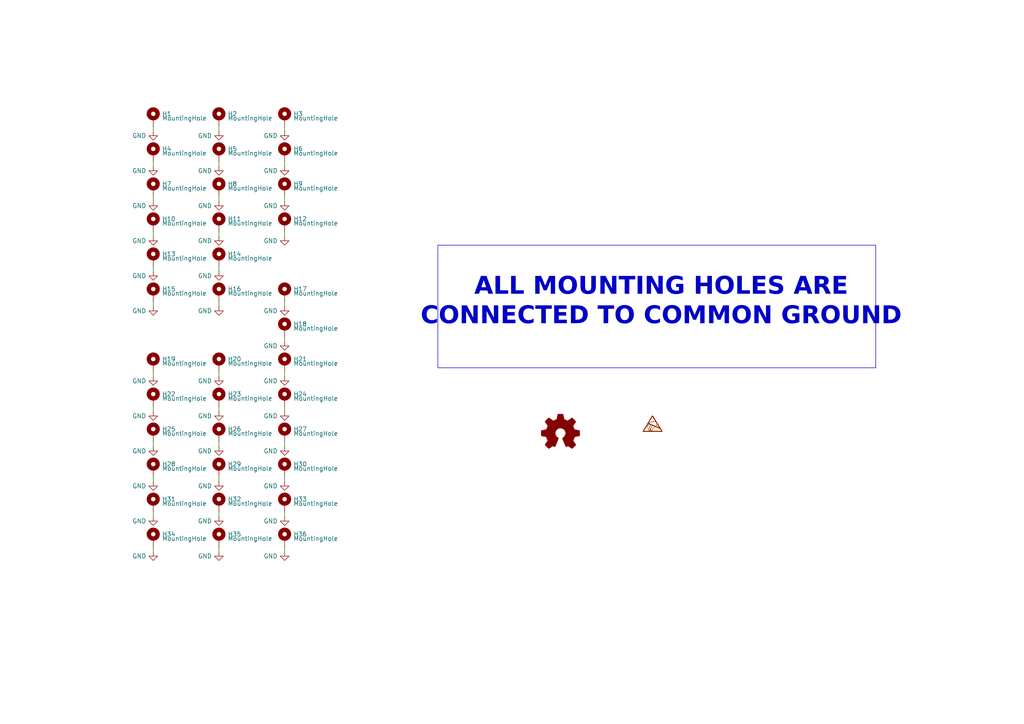
<source format=kicad_sch>
(kicad_sch (version 20250114) (generator "eeschema") (generator_version "9.0")
  (paper "A4")
  (title_block (title "Mounting Holes") (date "2024-11-26") (rev "A") (company "ModuCard System") (comment 1 "Artem Horiunov"))
  (lib_symbols
    (symbol "Graphic:Logo_Open_Hardware_Small" (in_bom no) (on_board no)
      (symbol "Logo_Open_Hardware_Small_0_1"
        (polyline (pts (xy 3.3528 -4.3434) (xy 3.302 -4.318) (xy 3.175 -4.2418) (xy 2.9972 -4.1148) (xy 2.7686 -3.9624) (xy 2.54 -3.81) (xy 2.3622 -3.7084) (xy 2.2352 -3.6068) (xy 2.1844 -3.5814) (xy 2.159 -3.6068) (xy 2.0574 -3.6576) (xy 1.905 -3.7338) (xy 1.8034 -3.7846) (xy 1.6764 -3.8354) (xy 1.6002 -3.8354) (xy 1.6002 -3.8354) (xy 1.5494 -3.7338) (xy 1.4732 -3.5306) (xy 1.3462 -3.302) (xy 1.2446 -3.0226) (xy 1.1176 -2.7178) (xy 0.9652 -2.413) (xy 0.8636 -2.1082) (xy 0.7366 -1.8288) (xy 0.6604 -1.6256) (xy 0.6096 -1.4732) (xy 0.5842 -1.397) (xy 0.5842 -1.397) (xy 0.6604 -1.3208) (xy 0.7874 -1.2446) (xy 1.0414 -1.016) (xy 1.2954 -0.6858) (xy 1.4478 -0.3302) (xy 1.524 0.0762) (xy 1.4732 0.4572) (xy 1.3208 0.8128) (xy 1.0668 1.143) (xy 0.762 1.3716) (xy 0.4064 1.524) (xy 0 1.5748) (xy -0.381 1.5494) (xy -0.7366 1.397) (xy -1.0668 1.143) (xy -1.2192 0.9906) (xy -1.397 0.6604) (xy -1.524 0.3048) (xy -1.524 0.2286) (xy -1.4986 -0.1778) (xy -1.397 -0.5334) (xy -1.1938 -0.8636) (xy -0.9144 -1.143) (xy -0.8636 -1.1684) (xy -0.7366 -1.27) (xy -0.635 -1.3462) (xy -0.5842 -1.397) (xy -1.0668 -2.5908) (xy -1.143 -2.794) (xy -1.2954 -3.1242) (xy -1.397 -3.4036) (xy -1.4986 -3.6322) (xy -1.5748 -3.7846) (xy -1.6002 -3.8354) (xy -1.6002 -3.8354) (xy -1.651 -3.8354) (xy -1.7272 -3.81) (xy -1.905 -3.7338) (xy -2.0066 -3.683) (xy -2.1336 -3.6068) (xy -2.2098 -3.5814) (xy -2.2606 -3.6068) (xy -2.3622 -3.683) (xy -2.54 -3.81) (xy -2.7686 -3.9624) (xy -2.9718 -4.0894) (xy -3.1496 -4.2164) (xy -3.302 -4.318) (xy -3.3528 -4.3434) (xy -3.3782 -4.3434) (xy -3.429 -4.318) (xy -3.5306 -4.2164) (xy -3.7084 -4.064) (xy -3.937 -3.8354) (xy -3.9624 -3.81) (xy -4.1656 -3.6068) (xy -4.318 -3.4544) (xy -4.4196 -3.3274) (xy -4.445 -3.2766) (xy -4.445 -3.2766) (xy -4.4196 -3.2258) (xy -4.318 -3.0734) (xy -4.2164 -2.8956) (xy -4.064 -2.667) (xy -3.6576 -2.0828) (xy -3.8862 -1.5494) (xy -3.937 -1.3716) (xy -4.0386 -1.1684) (xy -4.0894 -1.0414) (xy -4.1148 -0.9652) (xy -4.191 -0.9398) (xy -4.318 -0.9144) (xy -4.5466 -0.8636) (xy -4.8006 -0.8128) (xy -5.0546 -0.7874) (xy -5.2578 -0.7366) (xy -5.4356 -0.7112) (xy -5.5118 -0.6858) (xy -5.5118 -0.6858) (xy -5.5372 -0.635) (xy -5.5372 -0.5588) (xy -5.5372 -0.4318) (xy -5.5626 -0.2286) (xy -5.5626 0.0762) (xy -5.5626 0.127) (xy -5.5372 0.4064) (xy -5.5372 0.635) (xy -5.5372 0.762) (xy -5.5372 0.8382) (xy -5.5372 0.8382) (xy -5.461 0.8382) (xy -5.3086 0.889) (xy -5.08 0.9144) (xy -4.826 0.9652) (xy -4.8006 0.9906) (xy -4.5466 1.0414) (xy -4.318 1.0668) (xy -4.1656 1.1176) (xy -4.0894 1.143) (xy -4.0894 1.143) (xy -4.0386 1.2446) (xy -3.9624 1.4224) (xy -3.8608 1.6256) (xy -3.7846 1.8288) (xy -3.7084 2.0066) (xy -3.6576 2.159) (xy -3.6322 2.2098) (xy -3.6322 2.2098) (xy -3.683 2.286) (xy -3.7592 2.413) (xy -3.8862 2.5908) (xy -4.064 2.8194) (xy -4.064 2.8448) (xy -4.2164 3.0734) (xy -4.3434 3.2512) (xy -4.4196 3.3782) (xy -4.445 3.4544) (xy -4.445 3.4544) (xy -4.3942 3.5052) (xy -4.2926 3.6322) (xy -4.1148 3.81) (xy -3.937 4.0132) (xy -3.8608 4.064) (xy -3.6576 4.2926) (xy -3.5052 4.4196) (xy -3.4036 4.4958) (xy -3.3528 4.5212) (xy -3.3528 4.5212) (xy -3.302 4.4704) (xy -3.1496 4.3688) (xy -2.9718 4.2418) (xy -2.7432 4.0894) (xy -2.7178 4.0894) (xy -2.4892 3.937) (xy -2.3114 3.81) (xy -2.1844 3.7084) (xy -2.1336 3.683) (xy -2.1082 3.683) (xy -2.032 3.7084) (xy -1.8542 3.7592) (xy -1.6764 3.8354) (xy -1.4732 3.937) (xy -1.27 4.0132) (xy -1.143 4.064) (xy -1.0668 4.1148) (xy -1.0668 4.1148) (xy -1.0414 4.191) (xy -1.016 4.3434) (xy -0.9652 4.572) (xy -0.9144 4.8514) (xy -0.889 4.9022) (xy -0.8382 5.1562) (xy -0.8128 5.3848) (xy -0.7874 5.5372) (xy -0.762 5.588) (xy -0.7112 5.6134) (xy -0.5842 5.6134) (xy -0.4064 5.6134) (xy -0.1524 5.6134) (xy 0.0762 5.6134) (xy 0.3302 5.6134) (xy 0.5334 5.6134) (xy 0.6858 5.588) (xy 0.7366 5.588) (xy 0.7366 5.588) (xy 0.762 5.5118) (xy 0.8128 5.334) (xy 0.8382 5.1054) (xy 0.9144 4.826) (xy 0.9144 4.7752) (xy 0.9652 4.5212) (xy 1.016 4.2926) (xy 1.0414 4.1402) (xy 1.0668 4.0894) (xy 1.0668 4.0894) (xy 1.1938 4.0386) (xy 1.3716 3.9624) (xy 1.5748 3.8608) (xy 2.0828 3.6576) (xy 2.7178 4.0894) (xy 2.7686 4.1402) (xy 2.9972 4.2926) (xy 3.175 4.4196) (xy 3.302 4.4958) (xy 3.3782 4.5212) (xy 3.3782 4.5212) (xy 3.429 4.4704) (xy 3.556 4.3434) (xy 3.7338 4.191) (xy 3.9116 3.9878) (xy 4.064 3.8354) (xy 4.2418 3.6576) (xy 4.3434 3.556) (xy 4.4196 3.4798) (xy 4.4196 3.429) (xy 4.4196 3.4036) (xy 4.3942 3.3274) (xy 4.2926 3.2004) (xy 4.1656 2.9972) (xy 4.0132 2.794) (xy 3.8862 2.5908) (xy 3.7592 2.3876) (xy 3.6576 2.2352) (xy 3.6322 2.159) (xy 3.6322 2.1336) (xy 3.683 2.0066) (xy 3.7592 1.8288) (xy 3.8608 1.6002) (xy 4.064 1.1176) (xy 4.3942 1.0414) (xy 4.5974 1.016) (xy 4.8768 0.9652) (xy 5.1308 0.9144) (xy 5.5372 0.8382) (xy 5.5626 -0.6604) (xy 5.4864 -0.6858) (xy 5.4356 -0.6858) (xy 5.2832 -0.7366) (xy 5.0546 -0.762) (xy 4.8006 -0.8128) (xy 4.5974 -0.8636) (xy 4.3688 -0.9144) (xy 4.2164 -0.9398) (xy 4.1402 -0.9398) (xy 4.1148 -0.9652) (xy 4.064 -1.0668) (xy 3.9878 -1.2446) (xy 3.9116 -1.4478) (xy 3.81 -1.651) (xy 3.7338 -1.8542) (xy 3.683 -2.0066) (xy 3.6576 -2.0828) (xy 3.683 -2.1336) (xy 3.7846 -2.2606) (xy 3.8862 -2.4638) (xy 4.0386 -2.667) (xy 4.191 -2.8956) (xy 4.318 -3.0734) (xy 4.3942 -3.2004) (xy 4.445 -3.2766) (xy 4.4196 -3.3274) (xy 4.3434 -3.429) (xy 4.1656 -3.5814) (xy 3.937 -3.8354) (xy 3.8862 -3.8608) (xy 3.683 -4.064) (xy 3.5306 -4.2164) (xy 3.4036 -4.318) (xy 3.3528 -4.3434)) (fill (type outline)))
      )
    )
    (symbol "Graphic:SYM_ESD_Small" (in_bom no) (on_board no)
      (symbol "SYM_ESD_Small_0_0"
        (polyline (pts (xy -2.667 -1.905) (xy 2.794 -1.905) (xy 0 2.54) (xy -2.667 -1.905)) (stroke (width 0.254)))
        (polyline (pts (xy -1.27 0.381) (xy 2.159 -1.016)) (stroke (width 0.254)))
        (polyline (pts (xy 2.7432 -1.905) (xy 2.7178 -1.8796) (xy 2.6162 -1.6764) (xy 2.5654 -1.6002) (xy 2.4892 -1.4986) (xy 2.4384 -1.3716) (xy 1.7526 -0.2286) (xy 1.7018 -0.127) (xy 1.6256 -0.0508) (xy 1.6002 0.0508) (xy 1.5494 0.1016) (xy 1.4986 0.2032) (xy 1.4732 0.2286) (xy 1.4732 0.2032) (xy 1.4478 0.2032) (xy 1.3208 0.0762) (xy 1.2954 0.0254) (xy 1.2954 -0.0254) (xy 1.27 -0.0762) (xy 1.2446 -0.1524) (xy 1.143 -0.254) (xy 1.0922 -0.3302) (xy 1.0414 -0.3556) (xy 0.9144 -0.4826) (xy 0.762 -0.5842) (xy 0.6604 -0.6604) (xy 0.508 -0.762) (xy 0.4572 -0.8128) (xy 0.3556 -0.8636) (xy 0.3048 -0.9144) (xy 0.2286 -0.9652) (xy 0.0762 -1.1938) (xy 0.0254 -1.2954) (xy -0.0254 -1.4224) (xy -0.0508 -1.4986) (xy -0.1016 -1.5748) (xy -0.127 -1.651) (xy -0.1778 -1.6764) (xy -0.2032 -1.7272) (xy -0.254 -1.7526) (xy -0.4064 -1.7526) (xy -0.4064 -1.7272) (xy -0.4572 -1.7018) (xy -0.4826 -1.6256) (xy -0.508 -1.524) (xy -0.508 -1.0922) (xy -0.4572 -0.889) (xy -0.4064 -0.8128) (xy -0.254 -0.6604) (xy -0.2032 -0.5842) (xy -0.127 -0.5334) (xy -0.1016 -0.4826) (xy -0.0762 -0.4064) (xy -0.0508 -0.3556) (xy -0.0254 -0.3302) (xy -0.0254 -0.2794) (xy 0 -0.2286) (xy -0.0762 -0.1524) (xy -0.127 -0.127) (xy -0.1524 -0.0762) (xy -0.2032 -0.0508) (xy -0.2286 -0.0254) (xy -0.254 -0.0254) (xy -0.3048 -0.0762) (xy -0.3556 -0.1016) (xy -0.4318 -0.127) (xy -0.4826 -0.1524) (xy -0.5588 -0.2286) (xy -0.6096 -0.254) (xy -0.8382 -0.4826) (xy -0.8128 -0.5588) (xy -0.7874 -0.5842) (xy -0.7874 -0.8636) (xy -0.8128 -0.889) (xy -0.8128 -0.9652) (xy -0.762 -1.016) (xy -0.762 -1.0414) (xy -0.6604 -1.2954) (xy -0.6604 -1.5748) (xy -0.6858 -1.6002) (xy -0.6858 -1.6256) (xy -0.7366 -1.7018) (xy -0.8382 -1.7526) (xy -0.9144 -1.7526) (xy -0.9398 -1.7272) (xy -0.9652 -1.6764) (xy -1.016 -1.6002) (xy -1.0414 -1.524) (xy -1.143 -1.27) (xy -1.2192 -1.0414) (xy -1.27 -0.9652) (xy -1.2954 -0.889) (xy -1.3208 -0.8382) (xy -1.3208 -0.8128) (xy -1.3716 -0.7112) (xy -1.397 -0.5842) (xy -1.397 -0.4826) (xy -1.3716 -0.381) (xy -1.3208 -0.254) (xy -1.2954 -0.2032) (xy -1.1938 -0.0508) (xy -1.0414 0.1524) (xy -0.9906 0.2032) (xy -0.9652 0.254) (xy -0.9144 0.3302) (xy -0.889 0.381) (xy -0.8636 0.381) (xy -0.8128 0.508) (xy -0.6096 0.7112) (xy -0.5334 0.7366) (xy -0.508 0.762) (xy -0.4318 0.762) (xy -0.3556 0.7874) (xy -0.2286 0.8128) (xy -0.1016 0.8128) (xy 0.0508 0.8382) (xy 0.2032 0.8382) (xy 0.3048 0.8636) (xy 0.4826 0.8636) (xy 0.5334 0.889) (xy 0.5842 0.889) (xy 0.6858 0.9398) (xy 0.7112 0.9652) (xy 0.762 0.9906) (xy 0.8128 1.0414) (xy 0.8636 1.0668) (xy 0.889 1.1176) (xy 0.9144 1.143) (xy 0.9144 1.1938) (xy 0.889 1.2192) (xy 0.8636 1.27) (xy 0.8128 1.3462) (xy 0.7112 1.5494) (xy 0.635 1.651) (xy 0.5842 1.7526) (xy 0.508 1.8796) (xy 0.4572 1.9558) (xy 0.381 2.0828) (xy 0.3048 2.1844) (xy 0.254 2.286) (xy 0.2032 2.3622) (xy 0.1778 2.4384) (xy 0.1016 2.5146) (xy 0.1016 2.54) (xy 0.0762 2.5654) (xy 0.0762 2.5908) (xy 0.0254 2.5908) (xy 0.0254 2.5654) (xy -0.0254 2.5146) (xy -0.1016 2.3622) (xy -0.254 2.1336) (xy -0.3048 2.032) (xy -0.4572 1.778) (xy -0.5588 1.6256) (xy -0.762 1.27) (xy -0.889 1.0668) (xy -1.016 0.8382) (xy -1.1684 0.6096) (xy -1.3208 0.3302) (xy -1.397 0.2032) (xy -1.524 -0.0254) (xy -1.778 -0.4318) (xy -1.8796 -0.635) (xy -2.0066 -0.8128) (xy -2.1082 -0.9906) (xy -2.2098 -1.143) (xy -2.286 -1.2954) (xy -2.4384 -1.5494) (xy -2.4892 -1.651) (xy -2.5654 -1.7526) (xy -2.5908 -1.8288) (xy -2.6162 -1.8796) (xy -2.6416 -1.905) (xy -2.6416 -1.9304) (xy 2.7432 -1.9304) (xy 2.7432 -1.905)) (stroke (width 0.127)) (fill (type background)))
      )
    )
    (symbol "Mechanical:MountingHole_Pad" (pin_numbers (hide yes)) (pin_names (offset 1.016) (hide yes))
      (property "Reference" "H" (at 0 6.35 0))
      (property "Value" "MountingHole_Pad" (at 0 4.445 0))
      (symbol "MountingHole_Pad_0_1"
        (circle (center 0 1.27) (radius 1.27) (stroke (width 1.27)))
      )
      (symbol "MountingHole_Pad_1_1"
        (pin input line (at 0 -2.54 90) (length 2.54) (name "1") (number "1"))
      )
    )
    (symbol "power:GND" (power) (pin_numbers (hide yes)) (pin_names (offset 0) (hide yes))
      (property "Value" "GND" (at 0 -3.81 0))
      (symbol "GND_0_1"
        (polyline (pts (xy 0 0) (xy 0 -1.27) (xy 1.27 -1.27) (xy 0 -2.54) (xy -1.27 -1.27) (xy 0 -1.27)))
      )
      (symbol "GND_1_1"
        (pin power_in line (at 0 0 270) (length 0) (name "~") (number "1"))
      )
    )
  )
  (rectangle (start 127 71.12) (end 254 106.68))
  (text "ALL MOUNTING HOLES ARE\nCONNECTED TO COMMON GROUND" (at 191.77 88.9 0) (effects (font (size 5.08 5.08) (thickness 2.032) (bold yes) (italic yes))))
  (wire (pts (xy 44.45 77.47) (xy 44.45 78.74)))
  (wire (pts (xy 82.55 36.83) (xy 82.55 38.1)))
  (wire (pts (xy 44.45 107.95) (xy 44.45 109.22)))
  (wire (pts (xy 44.45 158.75) (xy 44.45 160.02)))
  (wire (pts (xy 82.55 97.79) (xy 82.55 99.06)))
  (wire (pts (xy 82.55 128.27) (xy 82.55 129.54)))
  (wire (pts (xy 82.55 57.15) (xy 82.55 58.42)))
  (wire (pts (xy 63.5 118.11) (xy 63.5 119.38)))
  (wire (pts (xy 82.55 87.63) (xy 82.55 88.9)))
  (wire (pts (xy 63.5 138.43) (xy 63.5 139.7)))
  (wire (pts (xy 44.45 118.11) (xy 44.45 119.38)))
  (wire (pts (xy 63.5 67.31) (xy 63.5 68.58)))
  (wire (pts (xy 44.45 87.63) (xy 44.45 88.9)))
  (wire (pts (xy 63.5 87.63) (xy 63.5 88.9)))
  (wire (pts (xy 44.45 128.27) (xy 44.45 129.54)))
  (wire (pts (xy 44.45 36.83) (xy 44.45 38.1)))
  (wire (pts (xy 63.5 57.15) (xy 63.5 58.42)))
  (wire (pts (xy 63.5 107.95) (xy 63.5 109.22)))
  (wire (pts (xy 44.45 148.59) (xy 44.45 149.86)))
  (wire (pts (xy 63.5 77.47) (xy 63.5 78.74)))
  (wire (pts (xy 44.45 67.31) (xy 44.45 68.58)))
  (wire (pts (xy 44.45 138.43) (xy 44.45 139.7)))
  (wire (pts (xy 82.55 107.95) (xy 82.55 109.22)))
  (wire (pts (xy 44.45 46.99) (xy 44.45 48.26)))
  (wire (pts (xy 63.5 148.59) (xy 63.5 149.86)))
  (wire (pts (xy 63.5 36.83) (xy 63.5 38.1)))
  (wire (pts (xy 82.55 46.99) (xy 82.55 48.26)))
  (wire (pts (xy 63.5 46.99) (xy 63.5 48.26)))
  (wire (pts (xy 82.55 67.31) (xy 82.55 68.58)))
  (wire (pts (xy 82.55 118.11) (xy 82.55 119.38)))
  (wire (pts (xy 82.55 138.43) (xy 82.55 139.7)))
  (wire (pts (xy 82.55 148.59) (xy 82.55 149.86)))
  (wire (pts (xy 44.45 57.15) (xy 44.45 58.42)))
  (wire (pts (xy 63.5 158.75) (xy 63.5 160.02)))
  (wire (pts (xy 63.5 128.27) (xy 63.5 129.54)))
  (wire (pts (xy 82.55 158.75) (xy 82.55 160.02)))
  (symbol (lib_id "Mechanical:MountingHole_Pad") (at 63.5 115.57 0) (unit 1)
    (property "Reference" "H23" (at 66.04 114.3 0) (effects (justify left)))
    (property "Value" "MountingHole" (at 66.04 115.57 0) (effects (justify left)))
    (property "Footprint" "MountingHole:MountingHole_2.7mm_M2.5_DIN965_Pad" (effects (hide yes)))
    (property "DNP" "1" (effects (hide yes)))
  )
  (symbol (lib_id "power:GND") (at 44.45 160.02 0) (unit 1)
    (property "Reference" "#PWR080" (effects (hide yes)))
    (property "Value" "GND" (at 40.386 161.29 0))
    (property "Description" "Power symbol creates a global label with name \"GND\" , ground" (effects (hide yes)))
  )
  (symbol (lib_id "power:GND") (at 82.55 48.26 0) (unit 1)
    (property "Reference" "#PWR052" (effects (hide yes)))
    (property "Value" "GND" (at 78.486 49.53 0))
    (property "Description" "Power symbol creates a global label with name \"GND\" , ground" (effects (hide yes)))
  )
  (symbol (lib_id "power:GND") (at 82.55 38.1 0) (unit 1)
    (property "Reference" "#PWR049" (effects (hide yes)))
    (property "Value" "GND" (at 78.486 39.37 0))
    (property "Description" "Power symbol creates a global label with name \"GND\" , ground" (effects (hide yes)))
  )
  (symbol (lib_id "power:GND") (at 63.5 88.9 0) (unit 1)
    (property "Reference" "#PWR062" (effects (hide yes)))
    (property "Value" "GND" (at 59.436 90.17 0))
    (property "Description" "Power symbol creates a global label with name \"GND\" , ground" (effects (hide yes)))
  )
  (symbol (lib_id "Mechanical:MountingHole_Pad") (at 44.45 156.21 0) (unit 1)
    (property "Reference" "H34" (at 46.99 154.94 0) (effects (justify left)))
    (property "Value" "MountingHole" (at 46.99 156.21 0) (effects (justify left)))
    (property "Footprint" "MountingHole:MountingHole_2.7mm_M2.5_DIN965_Pad" (effects (hide yes)))
    (property "DNP" "1" (effects (hide yes)))
  )
  (symbol (lib_id "Mechanical:MountingHole_Pad") (at 82.55 64.77 0) (unit 1)
    (property "Reference" "H12" (at 85.09 63.5 0) (effects (justify left)))
    (property "Value" "MountingHole" (at 85.09 64.77 0) (effects (justify left)))
    (property "Footprint" "MountingHole:MountingHole_2.7mm_M2.5_DIN965_Pad" (effects (hide yes)))
    (property "DNP" "1" (effects (hide yes)))
  )
  (symbol (lib_id "Mechanical:MountingHole_Pad") (at 63.5 34.29 0) (unit 1) (in_bom no)
    (property "Reference" "H2" (at 66.04 33.02 0) (effects (justify left)))
    (property "Value" "MountingHole" (at 66.04 34.29 0) (effects (justify left)))
    (property "Footprint" "MountingHole:MountingHole_2.7mm_M2.5_DIN965_Pad" (effects (hide yes)))
    (property "DNP" "1" (effects (hide yes)))
  )
  (symbol (lib_id "Mechanical:MountingHole_Pad") (at 63.5 44.45 0) (unit 1)
    (property "Reference" "H5" (at 66.04 43.18 0) (effects (justify left)))
    (property "Value" "MountingHole" (at 66.04 44.45 0) (effects (justify left)))
    (property "Footprint" "MountingHole:MountingHole_2.7mm_M2.5_DIN965_Pad" (effects (hide yes)))
    (property "DNP" "1" (effects (hide yes)))
  )
  (symbol (lib_id "Mechanical:MountingHole_Pad") (at 44.45 64.77 0) (unit 1)
    (property "Reference" "H10" (at 46.99 63.5 0) (effects (justify left)))
    (property "Value" "MountingHole" (at 46.99 64.77 0) (effects (justify left)))
    (property "Footprint" "MountingHole:MountingHole_2.7mm_M2.5_DIN965_Pad" (effects (hide yes)))
    (property "DNP" "1" (effects (hide yes)))
  )
  (symbol (lib_id "Mechanical:MountingHole_Pad") (at 82.55 125.73 0) (unit 1)
    (property "Reference" "H27" (at 85.09 124.46 0) (effects (justify left)))
    (property "Value" "MountingHole" (at 85.09 125.73 0) (effects (justify left)))
    (property "Footprint" "MountingHole:MountingHole_2.7mm_M2.5_DIN965_Pad" (effects (hide yes)))
    (property "DNP" "1" (effects (hide yes)))
  )
  (symbol (lib_id "power:GND") (at 63.5 160.02 0) (unit 1)
    (property "Reference" "#PWR081" (effects (hide yes)))
    (property "Value" "GND" (at 59.436 161.29 0))
    (property "Description" "Power symbol creates a global label with name \"GND\" , ground" (effects (hide yes)))
  )
  (symbol (lib_id "Mechanical:MountingHole_Pad") (at 63.5 105.41 0) (unit 1)
    (property "Reference" "H20" (at 66.04 104.14 0) (effects (justify left)))
    (property "Value" "MountingHole" (at 66.04 105.41 0) (effects (justify left)))
    (property "Footprint" "MountingHole:MountingHole_2.7mm_M2.5_DIN965_Pad" (effects (hide yes)))
    (property "DNP" "1" (effects (hide yes)))
  )
  (symbol (lib_id "power:GND") (at 44.45 119.38 0) (unit 1)
    (property "Reference" "#PWR068" (effects (hide yes)))
    (property "Value" "GND" (at 40.386 120.65 0))
    (property "Description" "Power symbol creates a global label with name \"GND\" , ground" (effects (hide yes)))
  )
  (symbol (lib_id "Mechanical:MountingHole_Pad") (at 63.5 85.09 0) (unit 1)
    (property "Reference" "H16" (at 66.04 83.82 0) (effects (justify left)))
    (property "Value" "MountingHole" (at 66.04 85.09 0) (effects (justify left)))
    (property "Footprint" "MountingHole:MountingHole_2.7mm_M2.5_DIN965_Pad" (effects (hide yes)))
    (property "DNP" "1" (effects (hide yes)))
  )
  (symbol (lib_id "power:GND") (at 44.45 48.26 0) (unit 1)
    (property "Reference" "#PWR050" (effects (hide yes)))
    (property "Value" "GND" (at 40.386 49.53 0))
    (property "Description" "Power symbol creates a global label with name \"GND\" , ground" (effects (hide yes)))
  )
  (symbol (lib_id "power:GND") (at 82.55 129.54 0) (unit 1)
    (property "Reference" "#PWR073" (effects (hide yes)))
    (property "Value" "GND" (at 78.486 130.81 0))
    (property "Description" "Power symbol creates a global label with name \"GND\" , ground" (effects (hide yes)))
  )
  (symbol (lib_id "power:GND") (at 44.45 109.22 0) (unit 1)
    (property "Reference" "#PWR065" (effects (hide yes)))
    (property "Value" "GND" (at 40.386 110.49 0))
    (property "Description" "Power symbol creates a global label with name \"GND\" , ground" (effects (hide yes)))
  )
  (symbol (lib_id "power:GND") (at 63.5 68.58 0) (unit 1)
    (property "Reference" "#PWR057" (effects (hide yes)))
    (property "Value" "GND" (at 59.436 69.85 0))
    (property "Description" "Power symbol creates a global label with name \"GND\" , ground" (effects (hide yes)))
  )
  (symbol (lib_id "Mechanical:MountingHole_Pad") (at 82.55 105.41 0) (unit 1)
    (property "Reference" "H21" (at 85.09 104.14 0) (effects (justify left)))
    (property "Value" "MountingHole" (at 85.09 105.41 0) (effects (justify left)))
    (property "Footprint" "MountingHole:MountingHole_2.7mm_M2.5_DIN965_Pad" (effects (hide yes)))
    (property "DNP" "1" (effects (hide yes)))
  )
  (symbol (lib_id "power:GND") (at 63.5 38.1 0) (unit 1)
    (property "Reference" "#PWR048" (effects (hide yes)))
    (property "Value" "GND" (at 59.436 39.37 0))
    (property "Description" "Power symbol creates a global label with name \"GND\" , ground" (effects (hide yes)))
  )
  (symbol (lib_id "Mechanical:MountingHole_Pad") (at 82.55 95.25 0) (unit 1)
    (property "Reference" "H18" (at 85.09 93.98 0) (effects (justify left)))
    (property "Value" "MountingHole" (at 85.09 95.25 0) (effects (justify left)))
    (property "Footprint" "MountingHole:MountingHole_2.7mm_M2.5_DIN965_Pad" (effects (hide yes)))
    (property "DNP" "1" (effects (hide yes)))
  )
  (symbol (lib_id "power:GND") (at 82.55 149.86 0) (unit 1)
    (property "Reference" "#PWR079" (effects (hide yes)))
    (property "Value" "GND" (at 78.486 151.13 0))
    (property "Description" "Power symbol creates a global label with name \"GND\" , ground" (effects (hide yes)))
  )
  (symbol (lib_id "power:GND") (at 82.55 109.22 0) (unit 1)
    (property "Reference" "#PWR067" (effects (hide yes)))
    (property "Value" "GND" (at 78.486 110.49 0))
    (property "Description" "Power symbol creates a global label with name \"GND\" , ground" (effects (hide yes)))
  )
  (symbol (lib_id "power:GND") (at 82.55 99.06 0) (unit 1)
    (property "Reference" "#PWR064" (effects (hide yes)))
    (property "Value" "GND" (at 78.486 100.33 0))
    (property "Description" "Power symbol creates a global label with name \"GND\" , ground" (effects (hide yes)))
  )
  (symbol (lib_id "power:GND") (at 82.55 68.58 0) (unit 1)
    (property "Reference" "#PWR058" (effects (hide yes)))
    (property "Value" "GND" (at 78.486 69.85 0))
    (property "Description" "Power symbol creates a global label with name \"GND\" , ground" (effects (hide yes)))
  )
  (symbol (lib_id "power:GND") (at 82.55 58.42 0) (unit 1)
    (property "Reference" "#PWR055" (effects (hide yes)))
    (property "Value" "GND" (at 78.486 59.69 0))
    (property "Description" "Power symbol creates a global label with name \"GND\" , ground" (effects (hide yes)))
  )
  (symbol (lib_id "Mechanical:MountingHole_Pad") (at 44.45 135.89 0) (unit 1)
    (property "Reference" "H28" (at 46.99 134.62 0) (effects (justify left)))
    (property "Value" "MountingHole" (at 46.99 135.89 0) (effects (justify left)))
    (property "Footprint" "MountingHole:MountingHole_2.7mm_M2.5_DIN965_Pad" (effects (hide yes)))
    (property "DNP" "1" (effects (hide yes)))
  )
  (symbol (lib_id "Mechanical:MountingHole_Pad") (at 44.45 34.29 0) (unit 1) (in_bom no)
    (property "Reference" "H1" (at 46.99 33.02 0) (effects (justify left)))
    (property "Value" "MountingHole" (at 46.99 34.29 0) (effects (justify left)))
    (property "Footprint" "MountingHole:MountingHole_2.7mm_M2.5_DIN965_Pad" (effects (hide yes)))
    (property "DNP" "1" (effects (hide yes)))
  )
  (symbol (lib_id "Mechanical:MountingHole_Pad") (at 44.45 74.93 0) (unit 1)
    (property "Reference" "H13" (at 46.99 73.66 0) (effects (justify left)))
    (property "Value" "MountingHole" (at 46.99 74.93 0) (effects (justify left)))
    (property "Footprint" "MountingHole:MountingHole_2.7mm_M2.5_DIN965_Pad" (effects (hide yes)))
    (property "DNP" "1" (effects (hide yes)))
  )
  (symbol (lib_id "power:GND") (at 82.55 119.38 0) (unit 1)
    (property "Reference" "#PWR070" (effects (hide yes)))
    (property "Value" "GND" (at 78.486 120.65 0))
    (property "Description" "Power symbol creates a global label with name \"GND\" , ground" (effects (hide yes)))
  )
  (symbol (lib_id "power:GND") (at 63.5 48.26 0) (unit 1)
    (property "Reference" "#PWR051" (effects (hide yes)))
    (property "Value" "GND" (at 59.436 49.53 0))
    (property "Description" "Power symbol creates a global label with name \"GND\" , ground" (effects (hide yes)))
  )
  (symbol (lib_id "Mechanical:MountingHole_Pad") (at 82.55 146.05 0) (unit 1)
    (property "Reference" "H33" (at 85.09 144.78 0) (effects (justify left)))
    (property "Value" "MountingHole" (at 85.09 146.05 0) (effects (justify left)))
    (property "Footprint" "MountingHole:MountingHole_2.7mm_M2.5_DIN965_Pad" (effects (hide yes)))
    (property "DNP" "1" (effects (hide yes)))
  )
  (symbol (lib_id "Mechanical:MountingHole_Pad") (at 63.5 64.77 0) (unit 1)
    (property "Reference" "H11" (at 66.04 63.5 0) (effects (justify left)))
    (property "Value" "MountingHole" (at 66.04 64.77 0) (effects (justify left)))
    (property "Footprint" "MountingHole:MountingHole_2.7mm_M2.5_DIN965_Pad" (effects (hide yes)))
    (property "DNP" "1" (effects (hide yes)))
  )
  (symbol (lib_id "power:GND") (at 44.45 88.9 0) (unit 1)
    (property "Reference" "#PWR061" (effects (hide yes)))
    (property "Value" "GND" (at 40.386 90.17 0))
    (property "Description" "Power symbol creates a global label with name \"GND\" , ground" (effects (hide yes)))
  )
  (symbol (lib_id "Mechanical:MountingHole_Pad") (at 44.45 44.45 0) (unit 1)
    (property "Reference" "H4" (at 46.99 43.18 0) (effects (justify left)))
    (property "Value" "MountingHole" (at 46.99 44.45 0) (effects (justify left)))
    (property "Footprint" "MountingHole:MountingHole_2.7mm_M2.5_DIN965_Pad" (effects (hide yes)))
    (property "DNP" "1" (effects (hide yes)))
  )
  (symbol (lib_id "Mechanical:MountingHole_Pad") (at 63.5 135.89 0) (unit 1)
    (property "Reference" "H29" (at 66.04 134.62 0) (effects (justify left)))
    (property "Value" "MountingHole" (at 66.04 135.89 0) (effects (justify left)))
    (property "Footprint" "MountingHole:MountingHole_2.7mm_M2.5_DIN965_Pad" (effects (hide yes)))
    (property "DNP" "1" (effects (hide yes)))
  )
  (symbol (lib_id "Graphic:SYM_ESD_Small") (at 189.23 123.19 0) (unit 1) (exclude_from_sim yes) (in_bom no) (on_board no)
    (property "Reference" "#SYM1" (effects (hide yes)))
    (property "Value" "SYM_ESD_Small" (effects (hide yes)))
    (property "Footprint" "Symbol:ESD-Logo_6.6x6mm_SilkScreen" (effects (hide yes)))
    (property "Description" "ESD warning/\"Do not touch\" symbol, small" (effects (hide yes)))
  )
  (symbol (lib_id "power:GND") (at 82.55 88.9 0) (unit 1)
    (property "Reference" "#PWR063" (effects (hide yes)))
    (property "Value" "GND" (at 78.486 90.17 0))
    (property "Description" "Power symbol creates a global label with name \"GND\" , ground" (effects (hide yes)))
  )
  (symbol (lib_id "Mechanical:MountingHole_Pad") (at 82.55 135.89 0) (unit 1)
    (property "Reference" "H30" (at 85.09 134.62 0) (effects (justify left)))
    (property "Value" "MountingHole" (at 85.09 135.89 0) (effects (justify left)))
    (property "Footprint" "MountingHole:MountingHole_2.7mm_M2.5_DIN965_Pad" (effects (hide yes)))
    (property "DNP" "1" (effects (hide yes)))
  )
  (symbol (lib_id "power:GND") (at 63.5 119.38 0) (unit 1)
    (property "Reference" "#PWR069" (effects (hide yes)))
    (property "Value" "GND" (at 59.436 120.65 0))
    (property "Description" "Power symbol creates a global label with name \"GND\" , ground" (effects (hide yes)))
  )
  (symbol (lib_id "Mechanical:MountingHole_Pad") (at 63.5 156.21 0) (unit 1)
    (property "Reference" "H35" (at 66.04 154.94 0) (effects (justify left)))
    (property "Value" "MountingHole" (at 66.04 156.21 0) (effects (justify left)))
    (property "Footprint" "MountingHole:MountingHole_2.7mm_M2.5_DIN965_Pad" (effects (hide yes)))
    (property "DNP" "1" (effects (hide yes)))
  )
  (symbol (lib_id "power:GND") (at 82.55 160.02 0) (unit 1)
    (property "Reference" "#PWR082" (effects (hide yes)))
    (property "Value" "GND" (at 78.486 161.29 0))
    (property "Description" "Power symbol creates a global label with name \"GND\" , ground" (effects (hide yes)))
  )
  (symbol (lib_id "Mechanical:MountingHole_Pad") (at 44.45 105.41 0) (unit 1)
    (property "Reference" "H19" (at 46.99 104.14 0) (effects (justify left)))
    (property "Value" "MountingHole" (at 46.99 105.41 0) (effects (justify left)))
    (property "Footprint" "MountingHole:MountingHole_2.7mm_M2.5_DIN965_Pad" (effects (hide yes)))
    (property "DNP" "1" (effects (hide yes)))
  )
  (symbol (lib_id "power:GND") (at 44.45 78.74 0) (unit 1)
    (property "Reference" "#PWR059" (effects (hide yes)))
    (property "Value" "GND" (at 40.386 80.01 0))
    (property "Description" "Power symbol creates a global label with name \"GND\" , ground" (effects (hide yes)))
  )
  (symbol (lib_id "Mechanical:MountingHole_Pad") (at 63.5 146.05 0) (unit 1)
    (property "Reference" "H32" (at 66.04 144.78 0) (effects (justify left)))
    (property "Value" "MountingHole" (at 66.04 146.05 0) (effects (justify left)))
    (property "Footprint" "MountingHole:MountingHole_2.7mm_M2.5_DIN965_Pad" (effects (hide yes)))
    (property "DNP" "1" (effects (hide yes)))
  )
  (symbol (lib_id "Mechanical:MountingHole_Pad") (at 44.45 146.05 0) (unit 1)
    (property "Reference" "H31" (at 46.99 144.78 0) (effects (justify left)))
    (property "Value" "MountingHole" (at 46.99 146.05 0) (effects (justify left)))
    (property "Footprint" "MountingHole:MountingHole_2.7mm_M2.5_DIN965_Pad" (effects (hide yes)))
    (property "DNP" "1" (effects (hide yes)))
  )
  (symbol (lib_id "Mechanical:MountingHole_Pad") (at 82.55 156.21 0) (unit 1)
    (property "Reference" "H36" (at 85.09 154.94 0) (effects (justify left)))
    (property "Value" "MountingHole" (at 85.09 156.21 0) (effects (justify left)))
    (property "Footprint" "MountingHole:MountingHole_2.7mm_M2.5_DIN965_Pad" (effects (hide yes)))
    (property "DNP" "1" (effects (hide yes)))
  )
  (symbol (lib_id "Mechanical:MountingHole_Pad") (at 82.55 44.45 0) (unit 1)
    (property "Reference" "H6" (at 85.09 43.18 0) (effects (justify left)))
    (property "Value" "MountingHole" (at 85.09 44.45 0) (effects (justify left)))
    (property "Footprint" "MountingHole:MountingHole_2.7mm_M2.5_DIN965_Pad" (effects (hide yes)))
    (property "DNP" "1" (effects (hide yes)))
  )
  (symbol (lib_id "Mechanical:MountingHole_Pad") (at 82.55 85.09 0) (unit 1)
    (property "Reference" "H17" (at 85.09 83.82 0) (effects (justify left)))
    (property "Value" "MountingHole" (at 85.09 85.09 0) (effects (justify left)))
    (property "Footprint" "MountingHole:MountingHole_2.7mm_M2.5_DIN965_Pad" (effects (hide yes)))
    (property "DNP" "1" (effects (hide yes)))
  )
  (symbol (lib_id "power:GND") (at 63.5 139.7 0) (unit 1)
    (property "Reference" "#PWR075" (effects (hide yes)))
    (property "Value" "GND" (at 59.436 140.97 0))
    (property "Description" "Power symbol creates a global label with name \"GND\" , ground" (effects (hide yes)))
  )
  (symbol (lib_id "Mechanical:MountingHole_Pad") (at 44.45 115.57 0) (unit 1)
    (property "Reference" "H22" (at 46.99 114.3 0) (effects (justify left)))
    (property "Value" "MountingHole" (at 46.99 115.57 0) (effects (justify left)))
    (property "Footprint" "MountingHole:MountingHole_2.7mm_M2.5_DIN965_Pad" (effects (hide yes)))
    (property "DNP" "1" (effects (hide yes)))
  )
  (symbol (lib_id "Graphic:Logo_Open_Hardware_Small") (at 162.56 125.73 0) (unit 1) (exclude_from_sim yes) (in_bom no) (on_board no)
    (property "Reference" "#SYM2" (effects (hide yes)))
    (property "Value" "Logo_Open_Hardware_Small" (effects (hide yes)))
    (property "Footprint" "Symbol:KiCad-Logo2_5mm_SilkScreen" (effects (hide yes)))
    (property "Description" "Open Hardware logo, small" (effects (hide yes)))
  )
  (symbol (lib_id "Mechanical:MountingHole_Pad") (at 44.45 85.09 0) (unit 1)
    (property "Reference" "H15" (at 46.99 83.82 0) (effects (justify left)))
    (property "Value" "MountingHole" (at 46.99 85.09 0) (effects (justify left)))
    (property "Footprint" "MountingHole:MountingHole_2.7mm_M2.5_DIN965_Pad" (effects (hide yes)))
    (property "DNP" "1" (effects (hide yes)))
  )
  (symbol (lib_id "Mechanical:MountingHole_Pad") (at 44.45 54.61 0) (unit 1)
    (property "Reference" "H7" (at 46.99 53.34 0) (effects (justify left)))
    (property "Value" "MountingHole" (at 46.99 54.61 0) (effects (justify left)))
    (property "Footprint" "MountingHole:MountingHole_2.7mm_M2.5_DIN965_Pad" (effects (hide yes)))
    (property "DNP" "1" (effects (hide yes)))
  )
  (symbol (lib_id "power:GND") (at 82.55 139.7 0) (unit 1)
    (property "Reference" "#PWR076" (effects (hide yes)))
    (property "Value" "GND" (at 78.486 140.97 0))
    (property "Description" "Power symbol creates a global label with name \"GND\" , ground" (effects (hide yes)))
  )
  (symbol (lib_id "power:GND") (at 44.45 68.58 0) (unit 1)
    (property "Reference" "#PWR056" (effects (hide yes)))
    (property "Value" "GND" (at 40.386 69.85 0))
    (property "Description" "Power symbol creates a global label with name \"GND\" , ground" (effects (hide yes)))
  )
  (symbol (lib_id "power:GND") (at 44.45 139.7 0) (unit 1)
    (property "Reference" "#PWR074" (effects (hide yes)))
    (property "Value" "GND" (at 40.386 140.97 0))
    (property "Description" "Power symbol creates a global label with name \"GND\" , ground" (effects (hide yes)))
  )
  (symbol (lib_id "power:GND") (at 44.45 38.1 0) (unit 1)
    (property "Reference" "#PWR047" (effects (hide yes)))
    (property "Value" "GND" (at 40.386 39.37 0))
    (property "Description" "Power symbol creates a global label with name \"GND\" , ground" (effects (hide yes)))
  )
  (symbol (lib_id "Mechanical:MountingHole_Pad") (at 63.5 74.93 0) (unit 1)
    (property "Reference" "H14" (at 66.04 73.66 0) (effects (justify left)))
    (property "Value" "MountingHole" (at 66.04 74.93 0) (effects (justify left)))
    (property "Footprint" "MountingHole:MountingHole_2.7mm_M2.5_DIN965_Pad" (effects (hide yes)))
    (property "DNP" "1" (effects (hide yes)))
  )
  (symbol (lib_id "Mechanical:MountingHole_Pad") (at 82.55 54.61 0) (unit 1)
    (property "Reference" "H9" (at 85.09 53.34 0) (effects (justify left)))
    (property "Value" "MountingHole" (at 85.09 54.61 0) (effects (justify left)))
    (property "Footprint" "MountingHole:MountingHole_2.7mm_M2.5_DIN965_Pad" (effects (hide yes)))
    (property "DNP" "1" (effects (hide yes)))
  )
  (symbol (lib_id "Mechanical:MountingHole_Pad") (at 63.5 54.61 0) (unit 1)
    (property "Reference" "H8" (at 66.04 53.34 0) (effects (justify left)))
    (property "Value" "MountingHole" (at 66.04 54.61 0) (effects (justify left)))
    (property "Footprint" "MountingHole:MountingHole_2.7mm_M2.5_DIN965_Pad" (effects (hide yes)))
    (property "DNP" "1" (effects (hide yes)))
  )
  (symbol (lib_id "Mechanical:MountingHole_Pad") (at 63.5 125.73 0) (unit 1)
    (property "Reference" "H26" (at 66.04 124.46 0) (effects (justify left)))
    (property "Value" "MountingHole" (at 66.04 125.73 0) (effects (justify left)))
    (property "Footprint" "MountingHole:MountingHole_2.7mm_M2.5_DIN965_Pad" (effects (hide yes)))
    (property "DNP" "1" (effects (hide yes)))
  )
  (symbol (lib_id "power:GND") (at 63.5 58.42 0) (unit 1)
    (property "Reference" "#PWR054" (effects (hide yes)))
    (property "Value" "GND" (at 59.436 59.69 0))
    (property "Description" "Power symbol creates a global label with name \"GND\" , ground" (effects (hide yes)))
  )
  (symbol (lib_id "power:GND") (at 63.5 129.54 0) (unit 1)
    (property "Reference" "#PWR072" (effects (hide yes)))
    (property "Value" "GND" (at 59.436 130.81 0))
    (property "Description" "Power symbol creates a global label with name \"GND\" , ground" (effects (hide yes)))
  )
  (symbol (lib_id "power:GND") (at 44.45 149.86 0) (unit 1)
    (property "Reference" "#PWR077" (effects (hide yes)))
    (property "Value" "GND" (at 40.386 151.13 0))
    (property "Description" "Power symbol creates a global label with name \"GND\" , ground" (effects (hide yes)))
  )
  (symbol (lib_id "power:GND") (at 63.5 149.86 0) (unit 1)
    (property "Reference" "#PWR078" (effects (hide yes)))
    (property "Value" "GND" (at 59.436 151.13 0))
    (property "Description" "Power symbol creates a global label with name \"GND\" , ground" (effects (hide yes)))
  )
  (symbol (lib_id "power:GND") (at 63.5 109.22 0) (unit 1)
    (property "Reference" "#PWR066" (effects (hide yes)))
    (property "Value" "GND" (at 59.436 110.49 0))
    (property "Description" "Power symbol creates a global label with name \"GND\" , ground" (effects (hide yes)))
  )
  (symbol (lib_id "Mechanical:MountingHole_Pad") (at 82.55 34.29 0) (unit 1) (in_bom no)
    (property "Reference" "H3" (at 85.09 33.02 0) (effects (justify left)))
    (property "Value" "MountingHole" (at 85.09 34.29 0) (effects (justify left)))
    (property "Footprint" "MountingHole:MountingHole_2.7mm_M2.5_DIN965_Pad" (effects (hide yes)))
    (property "DNP" "1" (effects (hide yes)))
  )
  (symbol (lib_id "power:GND") (at 44.45 58.42 0) (unit 1)
    (property "Reference" "#PWR053" (effects (hide yes)))
    (property "Value" "GND" (at 40.386 59.69 0))
    (property "Description" "Power symbol creates a global label with name \"GND\" , ground" (effects (hide yes)))
  )
  (symbol (lib_id "Mechanical:MountingHole_Pad") (at 82.55 115.57 0) (unit 1)
    (property "Reference" "H24" (at 85.09 114.3 0) (effects (justify left)))
    (property "Value" "MountingHole" (at 85.09 115.57 0) (effects (justify left)))
    (property "Footprint" "MountingHole:MountingHole_2.7mm_M2.5_DIN965_Pad" (effects (hide yes)))
    (property "DNP" "1" (effects (hide yes)))
  )
  (symbol (lib_id "power:GND") (at 63.5 78.74 0) (unit 1)
    (property "Reference" "#PWR060" (effects (hide yes)))
    (property "Value" "GND" (at 59.436 80.01 0))
    (property "Description" "Power symbol creates a global label with name \"GND\" , ground" (effects (hide yes)))
  )
  (symbol (lib_id "power:GND") (at 44.45 129.54 0) (unit 1)
    (property "Reference" "#PWR071" (effects (hide yes)))
    (property "Value" "GND" (at 40.386 130.81 0))
    (property "Description" "Power symbol creates a global label with name \"GND\" , ground" (effects (hide yes)))
  )
  (symbol (lib_id "Mechanical:MountingHole_Pad") (at 44.45 125.73 0) (unit 1)
    (property "Reference" "H25" (at 46.99 124.46 0) (effects (justify left)))
    (property "Value" "MountingHole" (at 46.99 125.73 0) (effects (justify left)))
    (property "Footprint" "MountingHole:MountingHole_2.7mm_M2.5_DIN965_Pad" (effects (hide yes)))
    (property "DNP" "1" (effects (hide yes)))
  )
)
</source>
